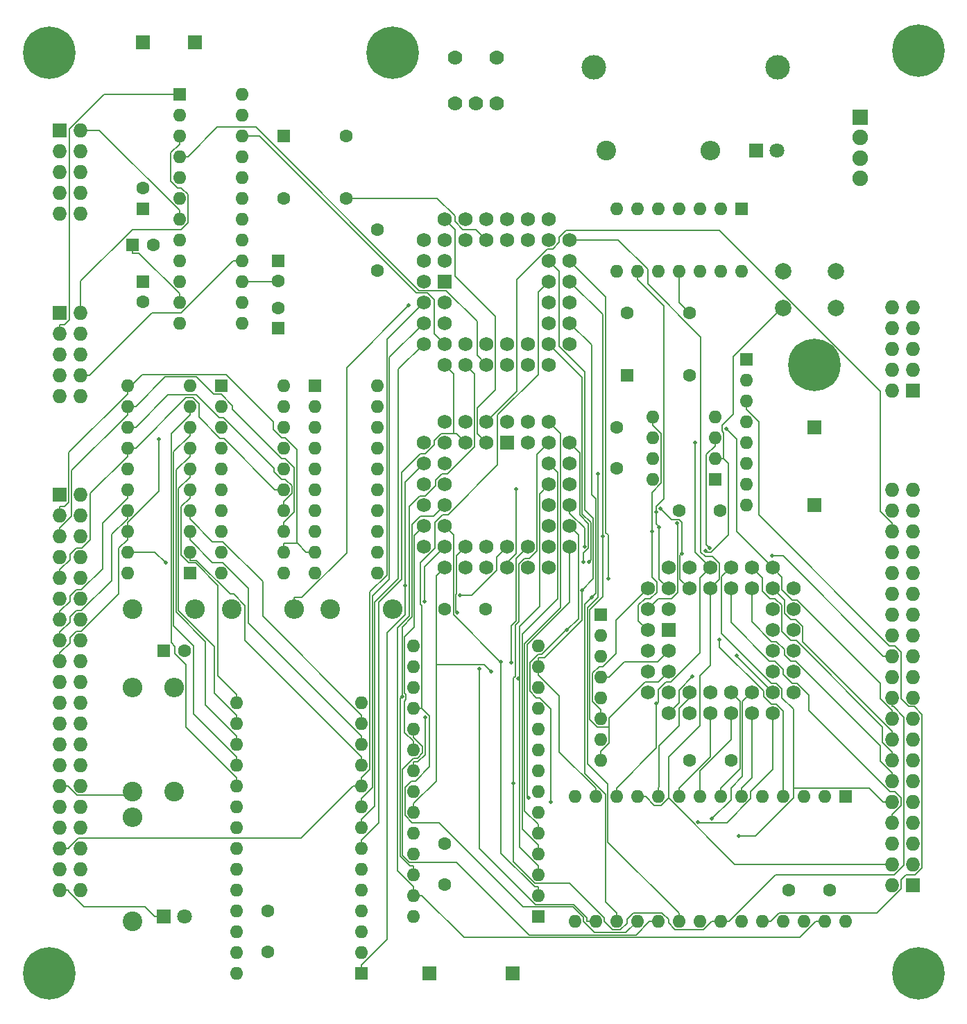
<source format=gbr>
G04 #@! TF.FileFunction,Copper,L1,Top,Mixed*
%FSLAX46Y46*%
G04 Gerber Fmt 4.6, Leading zero omitted, Abs format (unit mm)*
G04 Created by KiCad (PCBNEW 4.0.7-e2-6376~58~ubuntu16.04.1) date Wed Dec 20 13:06:43 2017*
%MOMM*%
%LPD*%
G01*
G04 APERTURE LIST*
%ADD10C,0.100000*%
%ADD11C,1.600000*%
%ADD12R,1.600000X1.600000*%
%ADD13R,1.800000X1.800000*%
%ADD14C,1.800000*%
%ADD15R,1.900000X1.900000*%
%ADD16C,1.900000*%
%ADD17R,1.727200X1.727200*%
%ADD18O,1.727200X1.727200*%
%ADD19C,6.400000*%
%ADD20C,2.400000*%
%ADD21O,2.400000X2.400000*%
%ADD22O,1.600000X1.600000*%
%ADD23C,2.000000*%
%ADD24R,1.750000X1.750000*%
%ADD25C,1.750000*%
%ADD26C,3.000000*%
%ADD27R,1.700000X1.700000*%
%ADD28C,1.778000*%
%ADD29C,0.500000*%
%ADD30C,0.150000*%
G04 APERTURE END LIST*
D10*
D11*
X141605000Y-110490000D03*
X136605000Y-110490000D03*
X85090000Y-128905000D03*
X85090000Y-133905000D03*
X106680000Y-120650000D03*
X106680000Y-125650000D03*
X153670000Y-126365000D03*
X148670000Y-126365000D03*
D12*
X68580000Y-47625000D03*
D11*
X71080000Y-47625000D03*
D12*
X86360000Y-49530000D03*
D11*
X86360000Y-52030000D03*
D12*
X69850000Y-43180000D03*
D11*
X69850000Y-40680000D03*
D12*
X69850000Y-52070000D03*
D11*
X69850000Y-54570000D03*
D12*
X86360000Y-57785000D03*
D11*
X86360000Y-55285000D03*
X98425000Y-45720000D03*
X98425000Y-50720000D03*
X106680000Y-92075000D03*
X111680000Y-92075000D03*
X127635000Y-69850000D03*
X127635000Y-74850000D03*
D13*
X72390000Y-129540000D03*
D14*
X74930000Y-129540000D03*
D15*
X157353000Y-32004000D03*
D16*
X157353000Y-34504000D03*
X157353000Y-37004000D03*
X157353000Y-39504000D03*
D17*
X59690000Y-33655000D03*
D18*
X62230000Y-33655000D03*
X59690000Y-36195000D03*
X62230000Y-36195000D03*
X59690000Y-38735000D03*
X62230000Y-38735000D03*
X59690000Y-41275000D03*
X62230000Y-41275000D03*
X59690000Y-43815000D03*
X62230000Y-43815000D03*
D17*
X59690000Y-55880000D03*
D18*
X62230000Y-55880000D03*
X59690000Y-58420000D03*
X62230000Y-58420000D03*
X59690000Y-60960000D03*
X62230000Y-60960000D03*
X59690000Y-63500000D03*
X62230000Y-63500000D03*
X59690000Y-66040000D03*
X62230000Y-66040000D03*
D17*
X163830000Y-65405000D03*
D18*
X161290000Y-65405000D03*
X163830000Y-62865000D03*
X161290000Y-62865000D03*
X163830000Y-60325000D03*
X161290000Y-60325000D03*
X163830000Y-57785000D03*
X161290000Y-57785000D03*
X163830000Y-55245000D03*
X161290000Y-55245000D03*
D19*
X58420000Y-24130000D03*
X100330000Y-24130000D03*
X164465000Y-23876000D03*
X164465000Y-136525000D03*
X151765000Y-62230000D03*
X58420000Y-136525000D03*
D17*
X59690000Y-78105000D03*
D18*
X62230000Y-78105000D03*
X59690000Y-80645000D03*
X62230000Y-80645000D03*
X59690000Y-83185000D03*
X62230000Y-83185000D03*
X59690000Y-85725000D03*
X62230000Y-85725000D03*
X59690000Y-88265000D03*
X62230000Y-88265000D03*
X59690000Y-90805000D03*
X62230000Y-90805000D03*
X59690000Y-93345000D03*
X62230000Y-93345000D03*
X59690000Y-95885000D03*
X62230000Y-95885000D03*
X59690000Y-98425000D03*
X62230000Y-98425000D03*
X59690000Y-100965000D03*
X62230000Y-100965000D03*
X59690000Y-103505000D03*
X62230000Y-103505000D03*
X59690000Y-106045000D03*
X62230000Y-106045000D03*
X59690000Y-108585000D03*
X62230000Y-108585000D03*
X59690000Y-111125000D03*
X62230000Y-111125000D03*
X59690000Y-113665000D03*
X62230000Y-113665000D03*
X59690000Y-116205000D03*
X62230000Y-116205000D03*
X59690000Y-118745000D03*
X62230000Y-118745000D03*
X59690000Y-121285000D03*
X62230000Y-121285000D03*
X59690000Y-123825000D03*
X62230000Y-123825000D03*
X59690000Y-126365000D03*
X62230000Y-126365000D03*
D20*
X68580000Y-114300000D03*
D21*
X68580000Y-101600000D03*
D20*
X68580000Y-130175000D03*
D21*
X68580000Y-117475000D03*
D20*
X73660000Y-114300000D03*
D21*
X73660000Y-101600000D03*
D12*
X143510000Y-61595000D03*
D22*
X143510000Y-64135000D03*
X143510000Y-66675000D03*
X143510000Y-69215000D03*
X143510000Y-71755000D03*
X143510000Y-74295000D03*
X143510000Y-76835000D03*
X143510000Y-79375000D03*
D12*
X125730000Y-92710000D03*
D22*
X125730000Y-95250000D03*
X125730000Y-97790000D03*
X125730000Y-100330000D03*
X125730000Y-102870000D03*
X125730000Y-105410000D03*
X125730000Y-107950000D03*
X125730000Y-110490000D03*
D23*
X147955000Y-55300000D03*
X147955000Y-50800000D03*
X154455000Y-55300000D03*
X154455000Y-50800000D03*
D24*
X133985000Y-94615000D03*
D25*
X133985000Y-97155000D03*
X133985000Y-99695000D03*
X133985000Y-92075000D03*
X133985000Y-89535000D03*
X133985000Y-86995000D03*
X131445000Y-97155000D03*
X131445000Y-99695000D03*
X131445000Y-102235000D03*
X131445000Y-94615000D03*
X131445000Y-92075000D03*
X131445000Y-89535000D03*
X133985000Y-102235000D03*
X136525000Y-102235000D03*
X139065000Y-102235000D03*
X141605000Y-102235000D03*
X144145000Y-102235000D03*
X133985000Y-104775000D03*
X136525000Y-104775000D03*
X139065000Y-104775000D03*
X141605000Y-104775000D03*
X144145000Y-104775000D03*
X146685000Y-104775000D03*
X146685000Y-102235000D03*
X146685000Y-99695000D03*
X146685000Y-97155000D03*
X146685000Y-94615000D03*
X146685000Y-92075000D03*
X146685000Y-89535000D03*
X149225000Y-102235000D03*
X149225000Y-99695000D03*
X149225000Y-97155000D03*
X149225000Y-94615000D03*
X149225000Y-92075000D03*
X149225000Y-89535000D03*
X144145000Y-89535000D03*
X141605000Y-89535000D03*
X139065000Y-89535000D03*
X136525000Y-89535000D03*
X131445000Y-89535000D03*
X146685000Y-86995000D03*
X144145000Y-86995000D03*
X141605000Y-86995000D03*
X139065000Y-86995000D03*
X136525000Y-86995000D03*
X133985000Y-86995000D03*
D12*
X96520000Y-136525000D03*
D22*
X81280000Y-103505000D03*
X96520000Y-133985000D03*
X81280000Y-106045000D03*
X96520000Y-131445000D03*
X81280000Y-108585000D03*
X96520000Y-128905000D03*
X81280000Y-111125000D03*
X96520000Y-126365000D03*
X81280000Y-113665000D03*
X96520000Y-123825000D03*
X81280000Y-116205000D03*
X96520000Y-121285000D03*
X81280000Y-118745000D03*
X96520000Y-118745000D03*
X81280000Y-121285000D03*
X96520000Y-116205000D03*
X81280000Y-123825000D03*
X96520000Y-113665000D03*
X81280000Y-126365000D03*
X96520000Y-111125000D03*
X81280000Y-128905000D03*
X96520000Y-108585000D03*
X81280000Y-131445000D03*
X96520000Y-106045000D03*
X81280000Y-133985000D03*
X96520000Y-103505000D03*
X81280000Y-136525000D03*
D12*
X118110000Y-129540000D03*
D22*
X102870000Y-96520000D03*
X118110000Y-127000000D03*
X102870000Y-99060000D03*
X118110000Y-124460000D03*
X102870000Y-101600000D03*
X118110000Y-121920000D03*
X102870000Y-104140000D03*
X118110000Y-119380000D03*
X102870000Y-106680000D03*
X118110000Y-116840000D03*
X102870000Y-109220000D03*
X118110000Y-114300000D03*
X102870000Y-111760000D03*
X118110000Y-111760000D03*
X102870000Y-114300000D03*
X118110000Y-109220000D03*
X102870000Y-116840000D03*
X118110000Y-106680000D03*
X102870000Y-119380000D03*
X118110000Y-104140000D03*
X102870000Y-121920000D03*
X118110000Y-101600000D03*
X102870000Y-124460000D03*
X118110000Y-99060000D03*
X102870000Y-127000000D03*
X118110000Y-96520000D03*
X102870000Y-129540000D03*
D12*
X155575000Y-114935000D03*
D22*
X122555000Y-130175000D03*
X153035000Y-114935000D03*
X125095000Y-130175000D03*
X150495000Y-114935000D03*
X127635000Y-130175000D03*
X147955000Y-114935000D03*
X130175000Y-130175000D03*
X145415000Y-114935000D03*
X132715000Y-130175000D03*
X142875000Y-114935000D03*
X135255000Y-130175000D03*
X140335000Y-114935000D03*
X137795000Y-130175000D03*
X137795000Y-114935000D03*
X140335000Y-130175000D03*
X135255000Y-114935000D03*
X142875000Y-130175000D03*
X132715000Y-114935000D03*
X145415000Y-130175000D03*
X130175000Y-114935000D03*
X147955000Y-130175000D03*
X127635000Y-114935000D03*
X150495000Y-130175000D03*
X125095000Y-114935000D03*
X153035000Y-130175000D03*
X122555000Y-114935000D03*
X155575000Y-130175000D03*
D24*
X114300000Y-71755000D03*
D25*
X111760000Y-71755000D03*
X109220000Y-71755000D03*
X116840000Y-71755000D03*
X119380000Y-71755000D03*
X121920000Y-71755000D03*
X111760000Y-69215000D03*
X109220000Y-69215000D03*
X106680000Y-69215000D03*
X114300000Y-69215000D03*
X116840000Y-69215000D03*
X119380000Y-69215000D03*
X106680000Y-71755000D03*
X106680000Y-74295000D03*
X106680000Y-76835000D03*
X106680000Y-79375000D03*
X106680000Y-81915000D03*
X104140000Y-71755000D03*
X104140000Y-74295000D03*
X104140000Y-76835000D03*
X104140000Y-79375000D03*
X104140000Y-81915000D03*
X104140000Y-84455000D03*
X106680000Y-84455000D03*
X109220000Y-84455000D03*
X111760000Y-84455000D03*
X114300000Y-84455000D03*
X116840000Y-84455000D03*
X119380000Y-84455000D03*
X106680000Y-86995000D03*
X109220000Y-86995000D03*
X111760000Y-86995000D03*
X114300000Y-86995000D03*
X116840000Y-86995000D03*
X119380000Y-86995000D03*
X119380000Y-81915000D03*
X119380000Y-79375000D03*
X119380000Y-76835000D03*
X119380000Y-74295000D03*
X119380000Y-69215000D03*
X121920000Y-84455000D03*
X121920000Y-81915000D03*
X121920000Y-79375000D03*
X121920000Y-76835000D03*
X121920000Y-74295000D03*
X121920000Y-71755000D03*
D12*
X142875000Y-43180000D03*
D22*
X127635000Y-50800000D03*
X140335000Y-43180000D03*
X130175000Y-50800000D03*
X137795000Y-43180000D03*
X132715000Y-50800000D03*
X135255000Y-43180000D03*
X135255000Y-50800000D03*
X132715000Y-43180000D03*
X137795000Y-50800000D03*
X130175000Y-43180000D03*
X140335000Y-50800000D03*
X127635000Y-43180000D03*
X142875000Y-50800000D03*
D12*
X79375000Y-64770000D03*
D22*
X86995000Y-87630000D03*
X79375000Y-67310000D03*
X86995000Y-85090000D03*
X79375000Y-69850000D03*
X86995000Y-82550000D03*
X79375000Y-72390000D03*
X86995000Y-80010000D03*
X79375000Y-74930000D03*
X86995000Y-77470000D03*
X79375000Y-77470000D03*
X86995000Y-74930000D03*
X79375000Y-80010000D03*
X86995000Y-72390000D03*
X79375000Y-82550000D03*
X86995000Y-69850000D03*
X79375000Y-85090000D03*
X86995000Y-67310000D03*
X79375000Y-87630000D03*
X86995000Y-64770000D03*
D12*
X90805000Y-64770000D03*
D22*
X98425000Y-87630000D03*
X90805000Y-67310000D03*
X98425000Y-85090000D03*
X90805000Y-69850000D03*
X98425000Y-82550000D03*
X90805000Y-72390000D03*
X98425000Y-80010000D03*
X90805000Y-74930000D03*
X98425000Y-77470000D03*
X90805000Y-77470000D03*
X98425000Y-74930000D03*
X90805000Y-80010000D03*
X98425000Y-72390000D03*
X90805000Y-82550000D03*
X98425000Y-69850000D03*
X90805000Y-85090000D03*
X98425000Y-67310000D03*
X90805000Y-87630000D03*
X98425000Y-64770000D03*
D12*
X75565000Y-87630000D03*
D22*
X67945000Y-64770000D03*
X75565000Y-85090000D03*
X67945000Y-67310000D03*
X75565000Y-82550000D03*
X67945000Y-69850000D03*
X75565000Y-80010000D03*
X67945000Y-72390000D03*
X75565000Y-77470000D03*
X67945000Y-74930000D03*
X75565000Y-74930000D03*
X67945000Y-77470000D03*
X75565000Y-72390000D03*
X67945000Y-80010000D03*
X75565000Y-69850000D03*
X67945000Y-82550000D03*
X75565000Y-67310000D03*
X67945000Y-85090000D03*
X75565000Y-64770000D03*
X67945000Y-87630000D03*
D12*
X74295000Y-29210000D03*
D22*
X81915000Y-57150000D03*
X74295000Y-31750000D03*
X81915000Y-54610000D03*
X74295000Y-34290000D03*
X81915000Y-52070000D03*
X74295000Y-36830000D03*
X81915000Y-49530000D03*
X74295000Y-39370000D03*
X81915000Y-46990000D03*
X74295000Y-41910000D03*
X81915000Y-44450000D03*
X74295000Y-44450000D03*
X81915000Y-41910000D03*
X74295000Y-46990000D03*
X81915000Y-39370000D03*
X74295000Y-49530000D03*
X81915000Y-36830000D03*
X74295000Y-52070000D03*
X81915000Y-34290000D03*
X74295000Y-54610000D03*
X81915000Y-31750000D03*
X74295000Y-57150000D03*
X81915000Y-29210000D03*
D24*
X106680000Y-52070000D03*
D25*
X106680000Y-54610000D03*
X106680000Y-57150000D03*
X106680000Y-49530000D03*
X106680000Y-46990000D03*
X106680000Y-44450000D03*
X104140000Y-54610000D03*
X104140000Y-57150000D03*
X104140000Y-59690000D03*
X104140000Y-52070000D03*
X104140000Y-49530000D03*
X104140000Y-46990000D03*
X106680000Y-59690000D03*
X109220000Y-59690000D03*
X111760000Y-59690000D03*
X114300000Y-59690000D03*
X116840000Y-59690000D03*
X106680000Y-62230000D03*
X109220000Y-62230000D03*
X111760000Y-62230000D03*
X114300000Y-62230000D03*
X116840000Y-62230000D03*
X119380000Y-62230000D03*
X119380000Y-59690000D03*
X119380000Y-57150000D03*
X119380000Y-54610000D03*
X119380000Y-52070000D03*
X119380000Y-49530000D03*
X119380000Y-46990000D03*
X121920000Y-59690000D03*
X121920000Y-57150000D03*
X121920000Y-54610000D03*
X121920000Y-52070000D03*
X121920000Y-49530000D03*
X121920000Y-46990000D03*
X116840000Y-46990000D03*
X114300000Y-46990000D03*
X111760000Y-46990000D03*
X109220000Y-46990000D03*
X104140000Y-46990000D03*
X119380000Y-44450000D03*
X116840000Y-44450000D03*
X114300000Y-44450000D03*
X111760000Y-44450000D03*
X109220000Y-44450000D03*
X106680000Y-44450000D03*
D12*
X128905000Y-63500000D03*
D11*
X128905000Y-55880000D03*
X136525000Y-55880000D03*
X136525000Y-63500000D03*
D12*
X86995000Y-34290000D03*
D11*
X94615000Y-34290000D03*
X94615000Y-41910000D03*
X86995000Y-41910000D03*
D13*
X144653000Y-36068000D03*
D14*
X147193000Y-36068000D03*
D26*
X124841000Y-25908000D03*
X147341000Y-25908000D03*
D27*
X114935000Y-136525000D03*
X104775000Y-136525000D03*
X151765000Y-79375000D03*
X151765000Y-69850000D03*
X76200000Y-22860000D03*
D20*
X126365000Y-36068000D03*
D21*
X139065000Y-36068000D03*
D27*
X69850000Y-22860000D03*
D28*
X113030000Y-24765000D03*
X107950000Y-24765000D03*
X113030000Y-30353000D03*
X110490000Y-30353000D03*
X107950000Y-30353000D03*
D12*
X72390000Y-97155000D03*
D11*
X74890000Y-97155000D03*
X135255000Y-80010000D03*
X140255000Y-80010000D03*
D17*
X163830000Y-125730000D03*
D18*
X161290000Y-125730000D03*
X163830000Y-123190000D03*
X161290000Y-123190000D03*
X163830000Y-120650000D03*
X161290000Y-120650000D03*
X163830000Y-118110000D03*
X161290000Y-118110000D03*
X163830000Y-115570000D03*
X161290000Y-115570000D03*
X163830000Y-113030000D03*
X161290000Y-113030000D03*
X163830000Y-110490000D03*
X161290000Y-110490000D03*
X163830000Y-107950000D03*
X161290000Y-107950000D03*
X163830000Y-105410000D03*
X161290000Y-105410000D03*
X163830000Y-102870000D03*
X161290000Y-102870000D03*
X163830000Y-100330000D03*
X161290000Y-100330000D03*
X163830000Y-97790000D03*
X161290000Y-97790000D03*
X163830000Y-95250000D03*
X161290000Y-95250000D03*
X163830000Y-92710000D03*
X161290000Y-92710000D03*
X163830000Y-90170000D03*
X161290000Y-90170000D03*
X163830000Y-87630000D03*
X161290000Y-87630000D03*
X163830000Y-85090000D03*
X161290000Y-85090000D03*
X163830000Y-82550000D03*
X161290000Y-82550000D03*
X163830000Y-80010000D03*
X161290000Y-80010000D03*
X163830000Y-77470000D03*
X161290000Y-77470000D03*
D20*
X92710000Y-92075000D03*
D21*
X100330000Y-92075000D03*
D20*
X68580000Y-92075000D03*
D21*
X76200000Y-92075000D03*
D20*
X80645000Y-92075000D03*
D21*
X88265000Y-92075000D03*
D12*
X139700000Y-76200000D03*
D22*
X132080000Y-68580000D03*
X139700000Y-73660000D03*
X132080000Y-71120000D03*
X139700000Y-71120000D03*
X132080000Y-73660000D03*
X139700000Y-68580000D03*
X132080000Y-76200000D03*
D29*
X125971300Y-83190600D03*
X131959400Y-82622400D03*
X140195500Y-95778700D03*
X71830500Y-71329300D03*
X135080200Y-81608600D03*
X136888600Y-100312100D03*
X139290600Y-117659100D03*
X137594100Y-118075900D03*
X119662900Y-115572400D03*
X121623000Y-94585300D03*
X142320100Y-97769500D03*
X114806700Y-98571000D03*
X104304300Y-105243300D03*
X113542800Y-98471800D03*
X101870900Y-89165000D03*
X141025700Y-70028600D03*
X115682100Y-100547200D03*
X116956300Y-115117700D03*
X112323400Y-99699200D03*
X101497000Y-102708500D03*
X123743000Y-84447000D03*
X126621700Y-88365400D03*
X110928300Y-99373100D03*
X123461000Y-89743500D03*
X133012600Y-79815100D03*
X135641700Y-85262100D03*
X146604600Y-85567500D03*
X124595000Y-90649700D03*
X142595600Y-119736100D03*
X124294700Y-86271600D03*
X132538800Y-103576200D03*
X137237600Y-71792300D03*
X108241500Y-92504000D03*
X125370700Y-75600600D03*
X102291100Y-55004200D03*
X108526500Y-90404300D03*
X123628200Y-86276300D03*
X104209400Y-91154700D03*
X132874600Y-82069000D03*
X132489800Y-80248200D03*
X115065100Y-113303200D03*
X72650900Y-86415800D03*
X115407500Y-77454500D03*
X138531400Y-84995300D03*
X139059200Y-84595800D03*
D30*
X69360600Y-48650300D02*
X68580000Y-48650300D01*
X74295000Y-53584700D02*
X69360600Y-48650300D01*
X74295000Y-54610000D02*
X74295000Y-53584700D01*
X68580000Y-47625000D02*
X68580000Y-48650300D01*
X86320000Y-52070000D02*
X86360000Y-52030000D01*
X81915000Y-52070000D02*
X86320000Y-52070000D01*
X125730000Y-110490000D02*
X125730000Y-109464700D01*
X125971300Y-56121300D02*
X125971300Y-83190600D01*
X121920000Y-52070000D02*
X125971300Y-56121300D01*
X125335100Y-106465200D02*
X126755300Y-106465200D01*
X124404300Y-105534400D02*
X125335100Y-106465200D01*
X124404300Y-92117100D02*
X124404300Y-105534400D01*
X125971300Y-90550100D02*
X124404300Y-92117100D01*
X125971300Y-83190600D02*
X125971300Y-90550100D01*
X126755300Y-108439400D02*
X126755300Y-106465200D01*
X125730000Y-109464700D02*
X126755300Y-108439400D01*
X132715000Y-100965000D02*
X133985000Y-99695000D01*
X131140600Y-100965000D02*
X132715000Y-100965000D01*
X126755300Y-105350300D02*
X131140600Y-100965000D01*
X126755300Y-106465200D02*
X126755300Y-105350300D01*
X70139400Y-128414700D02*
X71264700Y-129540000D01*
X62692400Y-128414700D02*
X70139400Y-128414700D01*
X60778900Y-126501200D02*
X62692400Y-128414700D01*
X60778900Y-126365000D02*
X60778900Y-126501200D01*
X59690000Y-126365000D02*
X60778900Y-126365000D01*
X72390000Y-129540000D02*
X71264700Y-129540000D01*
X64525300Y-33655000D02*
X62230000Y-33655000D01*
X74295000Y-43424700D02*
X64525300Y-33655000D01*
X74295000Y-44450000D02*
X74295000Y-43424700D01*
X62230000Y-52052500D02*
X62230000Y-55880000D01*
X68562500Y-45720000D02*
X62230000Y-52052500D01*
X74485600Y-45720000D02*
X68562500Y-45720000D01*
X75333300Y-44872300D02*
X74485600Y-45720000D01*
X75333300Y-41438500D02*
X75333300Y-44872300D01*
X74534800Y-40640000D02*
X75333300Y-41438500D01*
X74063400Y-40640000D02*
X74534800Y-40640000D01*
X73254700Y-39831300D02*
X74063400Y-40640000D01*
X73254700Y-36355600D02*
X73254700Y-39831300D01*
X74295000Y-35315300D02*
X73254700Y-36355600D01*
X74295000Y-34290000D02*
X74295000Y-35315300D01*
X60300600Y-57331100D02*
X59690000Y-57331100D01*
X60853700Y-56778000D02*
X60300600Y-57331100D01*
X60853700Y-33487700D02*
X60853700Y-56778000D01*
X65131400Y-29210000D02*
X60853700Y-33487700D01*
X74295000Y-29210000D02*
X65131400Y-29210000D01*
X59690000Y-58420000D02*
X59690000Y-57331100D01*
X70938900Y-55880000D02*
X63318900Y-63500000D01*
X74539700Y-55880000D02*
X70938900Y-55880000D01*
X80889700Y-49530000D02*
X74539700Y-55880000D01*
X81915000Y-49530000D02*
X80889700Y-49530000D01*
X62230000Y-63500000D02*
X63318900Y-63500000D01*
X132080000Y-68580000D02*
X132080000Y-69605300D01*
X140195500Y-96703600D02*
X140195500Y-95778700D01*
X145584700Y-102092800D02*
X140195500Y-96703600D01*
X145584700Y-102710700D02*
X145584700Y-102092800D01*
X146528400Y-103654400D02*
X145584700Y-102710700D01*
X147129100Y-103654400D02*
X146528400Y-103654400D01*
X147955000Y-104480300D02*
X147129100Y-103654400D01*
X147955000Y-114935000D02*
X147955000Y-104480300D01*
X131959400Y-88149200D02*
X131959400Y-82622400D01*
X132576400Y-88766200D02*
X131959400Y-88149200D01*
X132576400Y-90003400D02*
X132576400Y-88766200D01*
X131774800Y-90805000D02*
X132576400Y-90003400D01*
X131121200Y-90805000D02*
X131774800Y-90805000D01*
X130336600Y-91589600D02*
X131121200Y-90805000D01*
X130336600Y-93506600D02*
X130336600Y-91589600D01*
X131445000Y-94615000D02*
X130336600Y-93506600D01*
X131959400Y-77824200D02*
X131959400Y-82622400D01*
X133124800Y-76658800D02*
X131959400Y-77824200D01*
X133124800Y-70650100D02*
X133124800Y-76658800D01*
X132080000Y-69605300D02*
X133124800Y-70650100D01*
X86995000Y-85090000D02*
X86995000Y-84064700D01*
X90805000Y-85090000D02*
X89779700Y-85090000D01*
X60300600Y-79556100D02*
X59690000Y-79556100D01*
X60787500Y-79069200D02*
X60300600Y-79556100D01*
X60787500Y-72952800D02*
X60787500Y-79069200D01*
X67945000Y-65795300D02*
X60787500Y-72952800D01*
X59690000Y-80645000D02*
X59690000Y-79556100D01*
X67945000Y-64770000D02*
X67945000Y-65238100D01*
X67945000Y-65238100D02*
X67945000Y-65795300D01*
X88658600Y-72556200D02*
X88658600Y-84064700D01*
X87222400Y-71120000D02*
X88658600Y-72556200D01*
X86743400Y-71120000D02*
X87222400Y-71120000D01*
X85793900Y-70170500D02*
X86743400Y-71120000D01*
X85793900Y-69205300D02*
X85793900Y-70170500D01*
X80021100Y-63432500D02*
X85793900Y-69205300D01*
X69750600Y-63432500D02*
X80021100Y-63432500D01*
X67945000Y-65238100D02*
X69750600Y-63432500D01*
X86995000Y-84064700D02*
X88658600Y-84064700D01*
X88754400Y-84064700D02*
X89779700Y-85090000D01*
X88658600Y-84064700D02*
X88754400Y-84064700D01*
X59802800Y-82096100D02*
X59690000Y-82096100D01*
X61141000Y-80757900D02*
X59802800Y-82096100D01*
X61141000Y-75139300D02*
X61141000Y-80757900D01*
X67945000Y-68335300D02*
X61141000Y-75139300D01*
X67945000Y-67310000D02*
X67945000Y-68335300D01*
X59690000Y-83185000D02*
X59690000Y-82096100D01*
X72547400Y-63732900D02*
X68970300Y-67310000D01*
X76391500Y-63732900D02*
X72547400Y-63732900D01*
X78497800Y-65839200D02*
X76391500Y-63732900D01*
X79378500Y-65839200D02*
X78497800Y-65839200D01*
X80812200Y-67272900D02*
X79378500Y-65839200D01*
X80812200Y-67722200D02*
X80812200Y-67272900D01*
X86782400Y-73692400D02*
X80812200Y-67722200D01*
X87207400Y-73692400D02*
X86782400Y-73692400D01*
X88343500Y-74828500D02*
X87207400Y-73692400D01*
X88343500Y-80176200D02*
X88343500Y-74828500D01*
X86995000Y-81524700D02*
X88343500Y-80176200D01*
X86995000Y-82550000D02*
X86995000Y-81524700D01*
X67945000Y-67310000D02*
X68970300Y-67310000D01*
X88030600Y-77949100D02*
X86995000Y-78984700D01*
X88030600Y-76993800D02*
X88030600Y-77949100D01*
X87236800Y-76200000D02*
X88030600Y-76993800D01*
X86766500Y-76200000D02*
X87236800Y-76200000D01*
X85849500Y-75283000D02*
X86766500Y-76200000D01*
X85849500Y-74863400D02*
X85849500Y-75283000D01*
X79709500Y-68723400D02*
X85849500Y-74863400D01*
X79172200Y-68723400D02*
X79709500Y-68723400D01*
X76355600Y-65906800D02*
X79172200Y-68723400D01*
X72913500Y-65906800D02*
X76355600Y-65906800D01*
X68970300Y-69850000D02*
X72913500Y-65906800D01*
X67945000Y-69850000D02*
X68970300Y-69850000D01*
X86995000Y-80010000D02*
X86995000Y-78984700D01*
X59802800Y-87176100D02*
X59690000Y-87176100D01*
X60960000Y-86018900D02*
X59802800Y-87176100D01*
X60960000Y-85420600D02*
X60960000Y-86018900D01*
X61744600Y-84636000D02*
X60960000Y-85420600D01*
X62385100Y-84636000D02*
X61744600Y-84636000D01*
X63389100Y-83632000D02*
X62385100Y-84636000D01*
X63389100Y-77971200D02*
X63389100Y-83632000D01*
X67945000Y-73415300D02*
X63389100Y-77971200D01*
X67945000Y-72390000D02*
X67945000Y-73415300D01*
X59690000Y-88265000D02*
X59690000Y-87176100D01*
X75119100Y-66241200D02*
X68970300Y-72390000D01*
X75955500Y-66241200D02*
X75119100Y-66241200D01*
X76684900Y-66970600D02*
X75955500Y-66241200D01*
X76684900Y-68635400D02*
X76684900Y-66970600D01*
X79275800Y-71226300D02*
X76684900Y-68635400D01*
X79726000Y-71226300D02*
X79275800Y-71226300D01*
X85969700Y-77470000D02*
X79726000Y-71226300D01*
X86995000Y-77470000D02*
X85969700Y-77470000D01*
X67945000Y-72390000D02*
X68970300Y-72390000D01*
X67945000Y-77470000D02*
X67945000Y-78495300D01*
X59690000Y-93345000D02*
X59690000Y-92256100D01*
X64909900Y-81530400D02*
X67945000Y-78495300D01*
X64909900Y-87134900D02*
X64909900Y-81530400D01*
X62328800Y-89716000D02*
X64909900Y-87134900D01*
X61729900Y-89716000D02*
X62328800Y-89716000D01*
X60960000Y-90485900D02*
X61729900Y-89716000D01*
X60960000Y-91098900D02*
X60960000Y-90485900D01*
X59802800Y-92256100D02*
X60960000Y-91098900D01*
X59690000Y-92256100D02*
X59802800Y-92256100D01*
X59802800Y-94796100D02*
X59690000Y-94796100D01*
X60960000Y-93638900D02*
X59802800Y-94796100D01*
X60960000Y-93026000D02*
X60960000Y-93638900D01*
X61730000Y-92256000D02*
X60960000Y-93026000D01*
X62329000Y-92256000D02*
X61730000Y-92256000D01*
X66021100Y-88563900D02*
X62329000Y-92256000D01*
X66021100Y-82959200D02*
X66021100Y-88563900D01*
X67945000Y-81035300D02*
X66021100Y-82959200D01*
X67945000Y-80010000D02*
X67945000Y-81035300D01*
X59690000Y-95885000D02*
X59690000Y-94796100D01*
X71830500Y-77639200D02*
X71830500Y-71329300D01*
X67945000Y-81524700D02*
X71830500Y-77639200D01*
X67945000Y-82037300D02*
X67945000Y-81524700D01*
X67945000Y-82037300D02*
X67945000Y-82550000D01*
X59802800Y-97336100D02*
X59690000Y-97336100D01*
X60960000Y-96178900D02*
X59802800Y-97336100D01*
X60960000Y-95562200D02*
X60960000Y-96178900D01*
X61726200Y-94796000D02*
X60960000Y-95562200D01*
X62322300Y-94796000D02*
X61726200Y-94796000D01*
X66919700Y-90198600D02*
X62322300Y-94796000D01*
X66919700Y-84600600D02*
X66919700Y-90198600D01*
X67945000Y-83575300D02*
X66919700Y-84600600D01*
X67945000Y-82550000D02*
X67945000Y-83575300D01*
X59690000Y-98425000D02*
X59690000Y-97336100D01*
X60778900Y-113777800D02*
X60778900Y-113665000D01*
X61777300Y-114776200D02*
X60778900Y-113777800D01*
X68103800Y-114776200D02*
X61777300Y-114776200D01*
X68580000Y-114300000D02*
X68103800Y-114776200D01*
X59690000Y-113665000D02*
X60778900Y-113665000D01*
X135255000Y-114935000D02*
X135255000Y-113909700D01*
X96520000Y-116205000D02*
X96520000Y-115179700D01*
X139065000Y-110099700D02*
X135255000Y-113909700D01*
X139065000Y-104775000D02*
X139065000Y-110099700D01*
X97845700Y-113854000D02*
X96520000Y-115179700D01*
X97845700Y-90493200D02*
X97845700Y-113854000D01*
X99913400Y-88425500D02*
X97845700Y-90493200D01*
X99913400Y-61376600D02*
X99913400Y-88425500D01*
X104140000Y-57150000D02*
X99913400Y-61376600D01*
X60778900Y-121172200D02*
X60778900Y-121285000D01*
X61936100Y-120015000D02*
X60778900Y-121172200D01*
X89144700Y-120015000D02*
X61936100Y-120015000D01*
X95494700Y-113665000D02*
X89144700Y-120015000D01*
X96520000Y-113665000D02*
X95494700Y-113665000D01*
X59690000Y-121285000D02*
X60778900Y-121285000D01*
X96520000Y-113665000D02*
X96520000Y-112639700D01*
X99613000Y-59137000D02*
X104140000Y-54610000D01*
X99613000Y-87892200D02*
X99613000Y-59137000D01*
X97545300Y-89959900D02*
X99613000Y-87892200D01*
X97545300Y-111614400D02*
X97545300Y-89959900D01*
X96520000Y-112639700D02*
X97545300Y-111614400D01*
X136525000Y-102885700D02*
X136525000Y-102235000D01*
X135255000Y-104155700D02*
X136525000Y-102885700D01*
X135255000Y-106313000D02*
X135255000Y-104155700D01*
X132839200Y-108728800D02*
X135255000Y-106313000D01*
X132839200Y-113785500D02*
X132839200Y-108728800D01*
X132715000Y-113909700D02*
X132839200Y-113785500D01*
X132715000Y-114935000D02*
X132715000Y-113909700D01*
X137795000Y-114935000D02*
X137795000Y-113909700D01*
X141605000Y-108025100D02*
X141605000Y-104775000D01*
X137795000Y-111835100D02*
X141605000Y-108025100D01*
X137795000Y-113909700D02*
X137795000Y-111835100D01*
X101034800Y-62795200D02*
X104140000Y-59690000D01*
X101034800Y-88354500D02*
X101034800Y-62795200D01*
X98146100Y-91243200D02*
X101034800Y-88354500D01*
X98146100Y-116093600D02*
X98146100Y-91243200D01*
X96520000Y-117719700D02*
X98146100Y-116093600D01*
X96520000Y-118745000D02*
X96520000Y-117719700D01*
X135085400Y-81613800D02*
X135080200Y-81608600D01*
X135085400Y-90064300D02*
X135085400Y-81613800D01*
X134344700Y-90805000D02*
X135085400Y-90064300D01*
X132715000Y-90805000D02*
X134344700Y-90805000D01*
X131445000Y-92075000D02*
X132715000Y-90805000D01*
X145024600Y-69214900D02*
X143510000Y-67700300D01*
X145024600Y-80559900D02*
X145024600Y-69214900D01*
X160984700Y-96520000D02*
X145024600Y-80559900D01*
X161594400Y-96520000D02*
X160984700Y-96520000D01*
X162379000Y-97304600D02*
X161594400Y-96520000D01*
X162379000Y-102990900D02*
X162379000Y-97304600D01*
X163347100Y-103959000D02*
X162379000Y-102990900D01*
X163959500Y-103959000D02*
X163347100Y-103959000D01*
X164934900Y-104934400D02*
X163959500Y-103959000D01*
X164934900Y-123651100D02*
X164934900Y-104934400D01*
X164068500Y-124517500D02*
X164934900Y-123651100D01*
X162974800Y-124517500D02*
X164068500Y-124517500D01*
X162379000Y-125113300D02*
X162974800Y-124517500D01*
X162379000Y-126187500D02*
X162379000Y-125113300D01*
X159416800Y-129149700D02*
X162379000Y-126187500D01*
X147465600Y-129149700D02*
X159416800Y-129149700D01*
X146440300Y-130175000D02*
X147465600Y-129149700D01*
X145415000Y-130175000D02*
X146440300Y-130175000D01*
X143510000Y-66675000D02*
X143510000Y-67700300D01*
X128581700Y-98503600D02*
X126755300Y-100330000D01*
X132636400Y-98503600D02*
X128581700Y-98503600D01*
X133985000Y-97155000D02*
X132636400Y-98503600D01*
X125730000Y-100330000D02*
X126755300Y-100330000D01*
X124704700Y-103359400D02*
X125730000Y-104384700D01*
X124704700Y-99902500D02*
X124704700Y-103359400D01*
X125547200Y-99060000D02*
X124704700Y-99902500D01*
X125962500Y-99060000D02*
X125547200Y-99060000D01*
X127562300Y-97460200D02*
X125962500Y-99060000D01*
X127562300Y-93417700D02*
X127562300Y-97460200D01*
X131445000Y-89535000D02*
X127562300Y-93417700D01*
X125730000Y-105410000D02*
X125730000Y-104384700D01*
X135255100Y-101945600D02*
X136888600Y-100312100D01*
X135255100Y-103504900D02*
X135255100Y-101945600D01*
X133985000Y-104775000D02*
X135255100Y-103504900D01*
X143016600Y-103363400D02*
X144145000Y-102235000D01*
X143016600Y-112498000D02*
X143016600Y-103363400D01*
X141605000Y-113909600D02*
X143016600Y-112498000D01*
X141605000Y-115344700D02*
X141605000Y-113909600D01*
X139290600Y-117659100D02*
X141605000Y-115344700D01*
X120819600Y-70654600D02*
X119380000Y-69215000D01*
X120819600Y-91935500D02*
X120819600Y-70654600D01*
X116457900Y-96297200D02*
X120819600Y-91935500D01*
X116457900Y-116702600D02*
X116457900Y-96297200D01*
X118110000Y-118354700D02*
X116457900Y-116702600D01*
X118110000Y-119380000D02*
X118110000Y-118354700D01*
X142875000Y-114935000D02*
X142875000Y-113909700D01*
X144145000Y-112639700D02*
X142875000Y-113909700D01*
X144145000Y-104775000D02*
X144145000Y-112639700D01*
X146685000Y-111670000D02*
X146685000Y-104775000D01*
X144038700Y-114316300D02*
X146685000Y-111670000D01*
X144038700Y-115221500D02*
X144038700Y-114316300D01*
X141110300Y-118149900D02*
X144038700Y-115221500D01*
X137668100Y-118149900D02*
X141110300Y-118149900D01*
X137594100Y-118075900D02*
X137668100Y-118149900D01*
X118110000Y-121920000D02*
X118110000Y-120894700D01*
X116157500Y-118942200D02*
X118110000Y-120894700D01*
X116157500Y-95154700D02*
X116157500Y-118942200D01*
X120482800Y-90829400D02*
X116157500Y-95154700D01*
X120482800Y-75397800D02*
X120482800Y-90829400D01*
X119380000Y-74295000D02*
X120482800Y-75397800D01*
X142320100Y-97870100D02*
X146685000Y-102235000D01*
X142320100Y-97769500D02*
X142320100Y-97870100D01*
X123020400Y-83015400D02*
X121920000Y-81915000D01*
X123020400Y-89511900D02*
X123020400Y-83015400D01*
X122985700Y-89546600D02*
X123020400Y-89511900D01*
X122985700Y-93222600D02*
X122985700Y-89546600D01*
X121623000Y-94585300D02*
X122985700Y-93222600D01*
X121494600Y-94585300D02*
X121623000Y-94585300D01*
X121494600Y-94585400D02*
X121494600Y-94585300D01*
X118534700Y-97545300D02*
X121494600Y-94585400D01*
X118109200Y-97545300D02*
X118534700Y-97545300D01*
X117084000Y-98570500D02*
X118109200Y-97545300D01*
X117084000Y-102067700D02*
X117084000Y-98570500D01*
X117886300Y-102870000D02*
X117084000Y-102067700D01*
X118297100Y-102870000D02*
X117886300Y-102870000D01*
X119662900Y-104235800D02*
X118297100Y-102870000D01*
X119662900Y-115572400D02*
X119662900Y-104235800D01*
X114806700Y-94125100D02*
X114806700Y-98571000D01*
X115439400Y-93492400D02*
X114806700Y-94125100D01*
X115439400Y-85855600D02*
X115439400Y-93492400D01*
X116840000Y-84455000D02*
X115439400Y-85855600D01*
X104304300Y-109813000D02*
X104304300Y-105243300D01*
X103382600Y-110734700D02*
X104304300Y-109813000D01*
X102870000Y-110734700D02*
X103382600Y-110734700D01*
X102870000Y-111760000D02*
X102870000Y-110734700D01*
X118110000Y-127000000D02*
X118110000Y-125974700D01*
X113542800Y-121869300D02*
X113542800Y-98471800D01*
X117648200Y-125974700D02*
X113542800Y-121869300D01*
X118110000Y-125974700D02*
X117648200Y-125974700D01*
X113471100Y-98471800D02*
X113542800Y-98471800D01*
X107748000Y-92748700D02*
X113471100Y-98471800D01*
X107748000Y-90085800D02*
X107748000Y-92748700D01*
X107780400Y-90053400D02*
X107748000Y-90085800D01*
X107780400Y-83015400D02*
X107780400Y-90053400D01*
X106680000Y-81915000D02*
X107780400Y-83015400D01*
X96520000Y-136525000D02*
X96520000Y-135499700D01*
X101870900Y-76564100D02*
X101870900Y-89165000D01*
X104140000Y-74295000D02*
X101870900Y-76564100D01*
X99669500Y-132350200D02*
X96520000Y-135499700D01*
X99669500Y-94963400D02*
X99669500Y-132350200D01*
X101870900Y-92762000D02*
X99669500Y-94963400D01*
X101870900Y-89165000D02*
X101870900Y-92762000D01*
X161290000Y-105410000D02*
X161290000Y-104321100D01*
X102870000Y-106680000D02*
X102870000Y-107705300D01*
X132715000Y-130175000D02*
X131689700Y-130175000D01*
X142290600Y-82600600D02*
X146685000Y-86995000D01*
X142290600Y-71293500D02*
X142290600Y-82600600D01*
X141025700Y-70028600D02*
X142290600Y-71293500D01*
X161177200Y-104321100D02*
X161290000Y-104321100D01*
X159839000Y-102982900D02*
X161177200Y-104321100D01*
X159839000Y-101123100D02*
X159839000Y-102982900D01*
X149675000Y-90959100D02*
X159839000Y-101123100D01*
X149073300Y-90959100D02*
X149675000Y-90959100D01*
X147848700Y-89734500D02*
X149073300Y-90959100D01*
X147848700Y-88158700D02*
X147848700Y-89734500D01*
X146685000Y-86995000D02*
X147848700Y-88158700D01*
X130023300Y-131841400D02*
X131689700Y-130175000D01*
X117016100Y-131841400D02*
X130023300Y-131841400D01*
X108120100Y-122945400D02*
X117016100Y-131841400D01*
X102380700Y-122945400D02*
X108120100Y-122945400D01*
X101524000Y-122088700D02*
X102380700Y-122945400D01*
X101524000Y-111620100D02*
X101524000Y-122088700D01*
X102898700Y-110245400D02*
X101524000Y-111620100D01*
X103359300Y-110245400D02*
X102898700Y-110245400D01*
X103971300Y-109633400D02*
X103359300Y-110245400D01*
X103971300Y-108806600D02*
X103971300Y-109633400D01*
X102870000Y-107705300D02*
X103971300Y-108806600D01*
X75085400Y-106445100D02*
X81280000Y-112639700D01*
X75085400Y-98823000D02*
X75085400Y-106445100D01*
X73763100Y-97500700D02*
X75085400Y-98823000D01*
X73763100Y-96606300D02*
X73763100Y-97500700D01*
X73286400Y-96129600D02*
X73763100Y-96606300D01*
X73286400Y-70613900D02*
X73286400Y-96129600D01*
X75565000Y-68335300D02*
X73286400Y-70613900D01*
X75565000Y-67310000D02*
X75565000Y-68335300D01*
X81280000Y-113665000D02*
X81280000Y-112639700D01*
X118110000Y-124460000D02*
X118110000Y-123434700D01*
X115827800Y-100547200D02*
X115682100Y-100547200D01*
X115827800Y-121152500D02*
X115827800Y-100547200D01*
X118110000Y-123434700D02*
X115827800Y-121152500D01*
X118240800Y-77974200D02*
X119380000Y-76835000D01*
X118240800Y-91752900D02*
X118240800Y-77974200D01*
X115827800Y-94165900D02*
X118240800Y-91752900D01*
X115827800Y-100547200D02*
X115827800Y-94165900D01*
X121920000Y-91260000D02*
X121920000Y-84455000D01*
X116774600Y-96405400D02*
X121920000Y-91260000D01*
X116774600Y-114936000D02*
X116774600Y-96405400D01*
X116956300Y-115117700D02*
X116774600Y-114936000D01*
X102870000Y-116840000D02*
X102870000Y-115814700D01*
X105651300Y-88023700D02*
X106680000Y-86995000D01*
X105651300Y-98877300D02*
X105651300Y-88023700D01*
X105651300Y-113033400D02*
X105651300Y-98877300D01*
X102870000Y-115814700D02*
X105651300Y-113033400D01*
X111501500Y-98877300D02*
X112323400Y-99699200D01*
X105651300Y-98877300D02*
X111501500Y-98877300D01*
X102870000Y-124460000D02*
X102870000Y-123434700D01*
X102445200Y-123434700D02*
X102870000Y-123434700D01*
X101223700Y-122213200D02*
X102445200Y-123434700D01*
X101223700Y-102981800D02*
X101223700Y-122213200D01*
X101497000Y-102708500D02*
X101223700Y-102981800D01*
X101497000Y-94234700D02*
X101497000Y-102708500D01*
X102693400Y-93038300D02*
X101497000Y-94234700D01*
X102693400Y-81764100D02*
X102693400Y-93038300D01*
X103706200Y-80751300D02*
X102693400Y-81764100D01*
X105303700Y-80751300D02*
X103706200Y-80751300D01*
X106680000Y-79375000D02*
X105303700Y-80751300D01*
X123743000Y-82181900D02*
X123743000Y-84447000D01*
X121920000Y-80358900D02*
X123743000Y-82181900D01*
X121920000Y-79375000D02*
X121920000Y-80358900D01*
X161192200Y-106861100D02*
X161290000Y-106861100D01*
X150377200Y-96046100D02*
X161192200Y-106861100D01*
X150377200Y-94160100D02*
X150377200Y-96046100D01*
X149562100Y-93345000D02*
X150377200Y-94160100D01*
X148919900Y-93345000D02*
X149562100Y-93345000D01*
X148124700Y-92549800D02*
X148919900Y-93345000D01*
X148124700Y-90974700D02*
X148124700Y-92549800D01*
X146685000Y-89535000D02*
X148124700Y-90974700D01*
X161290000Y-107950000D02*
X161290000Y-106861100D01*
X102870000Y-104140000D02*
X103895300Y-104140000D01*
X75565000Y-69850000D02*
X75565000Y-70875300D01*
X81280000Y-111125000D02*
X81280000Y-110099700D01*
X103895300Y-91630000D02*
X103895300Y-104140000D01*
X103712500Y-91447200D02*
X103895300Y-91630000D01*
X103712500Y-86438700D02*
X103712500Y-91447200D01*
X105516300Y-84634900D02*
X103712500Y-86438700D01*
X105516300Y-81488800D02*
X105516300Y-84634900D01*
X106466400Y-80538700D02*
X105516300Y-81488800D01*
X107089300Y-80538700D02*
X106466400Y-80538700D01*
X113136300Y-74491700D02*
X107089300Y-80538700D01*
X113136300Y-68392700D02*
X113136300Y-74491700D01*
X118110000Y-63419000D02*
X113136300Y-68392700D01*
X118110000Y-53340000D02*
X118110000Y-63419000D01*
X119380000Y-52070000D02*
X118110000Y-53340000D01*
X73586800Y-72853500D02*
X75565000Y-70875300D01*
X73586800Y-94071600D02*
X73586800Y-72853500D01*
X76039900Y-96524700D02*
X73586800Y-94071600D01*
X76039900Y-104859600D02*
X76039900Y-96524700D01*
X81280000Y-110099700D02*
X76039900Y-104859600D01*
X104832700Y-105077400D02*
X103895300Y-104140000D01*
X104832700Y-111299800D02*
X104832700Y-105077400D01*
X103102500Y-113030000D02*
X104832700Y-111299800D01*
X102634100Y-113030000D02*
X103102500Y-113030000D01*
X101824300Y-113839800D02*
X102634100Y-113030000D01*
X101824300Y-117244500D02*
X101824300Y-113839800D01*
X102689800Y-118110000D02*
X101824300Y-117244500D01*
X105988600Y-118110000D02*
X102689800Y-118110000D01*
X116287300Y-128408700D02*
X105988600Y-118110000D01*
X122303400Y-128408700D02*
X116287300Y-128408700D01*
X123580400Y-129685700D02*
X122303400Y-128408700D01*
X123580400Y-130162000D02*
X123580400Y-129685700D01*
X124959500Y-131541100D02*
X123580400Y-130162000D01*
X128808900Y-131541100D02*
X124959500Y-131541100D01*
X130175000Y-130175000D02*
X128808900Y-131541100D01*
X161177200Y-111941100D02*
X161290000Y-111941100D01*
X159839000Y-110602900D02*
X161177200Y-111941100D01*
X159839000Y-108729200D02*
X159839000Y-110602900D01*
X149534800Y-98425000D02*
X159839000Y-108729200D01*
X148919900Y-98425000D02*
X149534800Y-98425000D01*
X148124700Y-97629800D02*
X148919900Y-98425000D01*
X148124700Y-97006000D02*
X148124700Y-97629800D01*
X147173300Y-96054600D02*
X148124700Y-97006000D01*
X146565200Y-96054600D02*
X147173300Y-96054600D01*
X144145000Y-93634400D02*
X146565200Y-96054600D01*
X144145000Y-89535000D02*
X144145000Y-93634400D01*
X161290000Y-113030000D02*
X161290000Y-111941100D01*
X75565000Y-74930000D02*
X75565000Y-75955300D01*
X81280000Y-106045000D02*
X81280000Y-105019700D01*
X125095000Y-130175000D02*
X124069700Y-130175000D01*
X126621700Y-82993600D02*
X126621700Y-88365400D01*
X126351800Y-82723700D02*
X126621700Y-82993600D01*
X126351800Y-53961800D02*
X126351800Y-82723700D01*
X121920000Y-49530000D02*
X126351800Y-53961800D01*
X110928400Y-99373100D02*
X110928300Y-99373100D01*
X110928400Y-121291100D02*
X110928400Y-99373100D01*
X117745600Y-128108300D02*
X110928400Y-121291100D01*
X122427800Y-128108300D02*
X117745600Y-128108300D01*
X124069700Y-129750200D02*
X122427800Y-128108300D01*
X124069700Y-130175000D02*
X124069700Y-129750200D01*
X74187700Y-77332600D02*
X75565000Y-75955300D01*
X74187700Y-92279600D02*
X74187700Y-77332600D01*
X78583100Y-96675000D02*
X74187700Y-92279600D01*
X78583100Y-102322800D02*
X78583100Y-96675000D01*
X81280000Y-105019700D02*
X78583100Y-102322800D01*
X84455000Y-92954700D02*
X96520000Y-105019700D01*
X84455000Y-88677500D02*
X84455000Y-92954700D01*
X79597500Y-83820000D02*
X84455000Y-88677500D01*
X78349700Y-83820000D02*
X79597500Y-83820000D01*
X75565000Y-81035300D02*
X78349700Y-83820000D01*
X75565000Y-80010000D02*
X75565000Y-81035300D01*
X96520000Y-106045000D02*
X96520000Y-105019700D01*
X125095000Y-114935000D02*
X125095000Y-113909700D01*
X118110000Y-99144600D02*
X118110000Y-100085300D01*
X161402800Y-117021100D02*
X161290000Y-117021100D01*
X162388100Y-116035800D02*
X161402800Y-117021100D01*
X162388100Y-115086700D02*
X162388100Y-116035800D01*
X161601400Y-114300000D02*
X162388100Y-115086700D01*
X160996500Y-114300000D02*
X161601400Y-114300000D01*
X151119200Y-104422700D02*
X160996500Y-114300000D01*
X151119200Y-102531000D02*
X151119200Y-104422700D01*
X149691500Y-101103300D02*
X151119200Y-102531000D01*
X149057600Y-101103300D02*
X149691500Y-101103300D01*
X147998800Y-100044500D02*
X149057600Y-101103300D01*
X147998800Y-99406600D02*
X147998800Y-100044500D01*
X147017200Y-98425000D02*
X147998800Y-99406600D01*
X146339100Y-98425000D02*
X147017200Y-98425000D01*
X141605000Y-93690900D02*
X146339100Y-98425000D01*
X141605000Y-89535000D02*
X141605000Y-93690900D01*
X161290000Y-118110000D02*
X161290000Y-117021100D01*
X118110000Y-99144600D02*
X118110000Y-99060000D01*
X118110000Y-99060000D02*
X118110000Y-98034700D01*
X120674400Y-102649700D02*
X118110000Y-100085300D01*
X120674400Y-109489100D02*
X120674400Y-102649700D01*
X125095000Y-113909700D02*
X120674400Y-109489100D01*
X123461000Y-93419600D02*
X123461000Y-89743500D01*
X118845900Y-98034700D02*
X123461000Y-93419600D01*
X118110000Y-98034700D02*
X118845900Y-98034700D01*
X120650000Y-50800000D02*
X119380000Y-49530000D01*
X120650000Y-60003500D02*
X120650000Y-50800000D01*
X123794600Y-63148100D02*
X120650000Y-60003500D01*
X123794600Y-79941700D02*
X123794600Y-63148100D01*
X124818900Y-80966000D02*
X123794600Y-79941700D01*
X124818900Y-88385600D02*
X124818900Y-80966000D01*
X123461000Y-89743500D02*
X124818900Y-88385600D01*
X75565000Y-85090000D02*
X75565000Y-86115300D01*
X96520000Y-111125000D02*
X96520000Y-110099700D01*
X76403400Y-86115300D02*
X75565000Y-86115300D01*
X80509100Y-90221000D02*
X76403400Y-86115300D01*
X80899400Y-90221000D02*
X80509100Y-90221000D01*
X82294200Y-91615800D02*
X80899400Y-90221000D01*
X82294200Y-95873900D02*
X82294200Y-91615800D01*
X96520000Y-110099700D02*
X82294200Y-95873900D01*
X130175000Y-114935000D02*
X131200300Y-114935000D01*
X133121200Y-116002700D02*
X133985000Y-115138900D01*
X132268000Y-116002700D02*
X133121200Y-116002700D01*
X131200300Y-114935000D02*
X132268000Y-116002700D01*
X142036100Y-123190000D02*
X161290000Y-123190000D01*
X133985000Y-115138900D02*
X142036100Y-123190000D01*
X139065000Y-98961400D02*
X139065000Y-89535000D01*
X137795000Y-100231400D02*
X139065000Y-98961400D01*
X137795000Y-106312600D02*
X137795000Y-100231400D01*
X133985000Y-110122600D02*
X137795000Y-106312600D01*
X133985000Y-115138900D02*
X133985000Y-110122600D01*
X140168900Y-88431100D02*
X139065000Y-89535000D01*
X140168900Y-86500000D02*
X140168900Y-88431100D01*
X139321300Y-85652400D02*
X140168900Y-86500000D01*
X138516300Y-85652400D02*
X139321300Y-85652400D01*
X137950500Y-85086600D02*
X138516300Y-85652400D01*
X137950500Y-58878200D02*
X137950500Y-85086600D01*
X131445000Y-52372700D02*
X137950500Y-58878200D01*
X131445000Y-50615500D02*
X131445000Y-52372700D01*
X127819500Y-46990000D02*
X131445000Y-50615500D01*
X121920000Y-46990000D02*
X127819500Y-46990000D01*
X161290000Y-97790000D02*
X160201100Y-97790000D01*
X147978600Y-85567500D02*
X146604600Y-85567500D01*
X160201100Y-97790000D02*
X147978600Y-85567500D01*
X135641700Y-81497800D02*
X135641700Y-85262100D01*
X135277200Y-81133300D02*
X135641700Y-81497800D01*
X134330800Y-81133300D02*
X135277200Y-81133300D01*
X133012600Y-79815100D02*
X134330800Y-81133300D01*
X135414300Y-85489500D02*
X135641700Y-85262100D01*
X135414300Y-88424300D02*
X135414300Y-85489500D01*
X136525000Y-89535000D02*
X135414300Y-88424300D01*
X161177200Y-109401100D02*
X161290000Y-109401100D01*
X160139400Y-108363300D02*
X161177200Y-109401100D01*
X160139400Y-106451000D02*
X160139400Y-108363300D01*
X149573400Y-95885000D02*
X160139400Y-106451000D01*
X148920000Y-95885000D02*
X149573400Y-95885000D01*
X147785400Y-94750400D02*
X148920000Y-95885000D01*
X147785400Y-91599700D02*
X147785400Y-94750400D01*
X146990700Y-90805000D02*
X147785400Y-91599700D01*
X146371400Y-90805000D02*
X146990700Y-90805000D01*
X145415000Y-89848600D02*
X146371400Y-90805000D01*
X145415000Y-88265000D02*
X145415000Y-89848600D01*
X144145000Y-86995000D02*
X145415000Y-88265000D01*
X161290000Y-110490000D02*
X161290000Y-109401100D01*
X127635000Y-130175000D02*
X127635000Y-129149700D01*
X126309200Y-127823900D02*
X127635000Y-129149700D01*
X126309200Y-114699000D02*
X126309200Y-127823900D01*
X123783700Y-112173500D02*
X126309200Y-114699000D01*
X123783700Y-91461000D02*
X123783700Y-112173500D01*
X124595000Y-90649700D02*
X123783700Y-91461000D01*
X124613400Y-59843400D02*
X121920000Y-57150000D01*
X124613400Y-78075900D02*
X124613400Y-59843400D01*
X125119200Y-78581700D02*
X124613400Y-78075900D01*
X125119200Y-90125500D02*
X125119200Y-78581700D01*
X124595000Y-90649700D02*
X125119200Y-90125500D01*
X77502100Y-103781800D02*
X81280000Y-107559700D01*
X77502100Y-96018900D02*
X77502100Y-103781800D01*
X73887300Y-92404100D02*
X77502100Y-96018900D01*
X73887300Y-75093000D02*
X73887300Y-92404100D01*
X75565000Y-73415300D02*
X73887300Y-75093000D01*
X75565000Y-72390000D02*
X75565000Y-73415300D01*
X81280000Y-108585000D02*
X81280000Y-107559700D01*
X161290000Y-115570000D02*
X160201100Y-115570000D01*
X158515100Y-113884000D02*
X160201100Y-115570000D01*
X149225000Y-113884000D02*
X158515100Y-113884000D01*
X144613500Y-119736100D02*
X142595600Y-119736100D01*
X149225000Y-115124600D02*
X144613500Y-119736100D01*
X149225000Y-113884000D02*
X149225000Y-115124600D01*
X79020900Y-100220600D02*
X81280000Y-102479700D01*
X79020900Y-89157800D02*
X79020900Y-100220600D01*
X76278700Y-86415600D02*
X79020900Y-89157800D01*
X75428700Y-86415600D02*
X76278700Y-86415600D01*
X74516200Y-85503100D02*
X75428700Y-86415600D01*
X74516200Y-79544100D02*
X74516200Y-85503100D01*
X75565000Y-78495300D02*
X74516200Y-79544100D01*
X75565000Y-77470000D02*
X75565000Y-78495300D01*
X81280000Y-103505000D02*
X81280000Y-102479700D01*
X140472000Y-88128000D02*
X141605000Y-86995000D01*
X140472000Y-95074200D02*
X140472000Y-88128000D01*
X146532400Y-101134600D02*
X140472000Y-95074200D01*
X147148000Y-101134600D02*
X146532400Y-101134600D01*
X147848700Y-101835300D02*
X147148000Y-101134600D01*
X147848700Y-102928700D02*
X147848700Y-101835300D01*
X149225000Y-104305000D02*
X147848700Y-102928700D01*
X149225000Y-113884000D02*
X149225000Y-104305000D01*
X123457800Y-63767800D02*
X119380000Y-59690000D01*
X123457800Y-80454500D02*
X123457800Y-63767800D01*
X124518600Y-81515300D02*
X123457800Y-80454500D01*
X124518600Y-86047700D02*
X124518600Y-81515300D01*
X124294700Y-86271600D02*
X124518600Y-86047700D01*
X75565000Y-82550000D02*
X75565000Y-83575300D01*
X96520000Y-108585000D02*
X96520000Y-107559700D01*
X78349700Y-86360000D02*
X75565000Y-83575300D01*
X79597300Y-86360000D02*
X78349700Y-86360000D01*
X82730200Y-89492900D02*
X79597300Y-86360000D01*
X82730200Y-93769900D02*
X82730200Y-89492900D01*
X96520000Y-107559700D02*
X82730200Y-93769900D01*
X127635000Y-114935000D02*
X127635000Y-113909700D01*
X137237600Y-85167600D02*
X137237600Y-71792300D01*
X139065000Y-86995000D02*
X137237600Y-85167600D01*
X132538800Y-109005900D02*
X132538800Y-103576200D01*
X127635000Y-113909700D02*
X132538800Y-109005900D01*
X137795000Y-88265000D02*
X139065000Y-86995000D01*
X137795000Y-97444200D02*
X137795000Y-88265000D01*
X134274200Y-100965000D02*
X137795000Y-97444200D01*
X133655100Y-100965000D02*
X134274200Y-100965000D01*
X132715000Y-101905100D02*
X133655100Y-100965000D01*
X132715000Y-103400000D02*
X132715000Y-101905100D01*
X132538800Y-103576200D02*
X132715000Y-103400000D01*
X108048400Y-92310900D02*
X108241500Y-92504000D01*
X108048400Y-90210200D02*
X108048400Y-92310900D01*
X108080900Y-90177700D02*
X108048400Y-90210200D01*
X108080900Y-85594100D02*
X108080900Y-90177700D01*
X109220000Y-84455000D02*
X108080900Y-85594100D01*
X102993800Y-83061200D02*
X104140000Y-81915000D01*
X102993800Y-94298200D02*
X102993800Y-83061200D01*
X101797400Y-95494600D02*
X102993800Y-94298200D01*
X101797400Y-102307400D02*
X101797400Y-95494600D01*
X101972400Y-102482400D02*
X101797400Y-102307400D01*
X101972400Y-103114600D02*
X101972400Y-102482400D01*
X101797400Y-103289600D02*
X101972400Y-103114600D01*
X101797400Y-107122100D02*
X101797400Y-103289600D01*
X102870000Y-108194700D02*
X101797400Y-107122100D01*
X102870000Y-109220000D02*
X102870000Y-108194700D01*
X135255000Y-130175000D02*
X135255000Y-129149700D01*
X125419500Y-75649400D02*
X125370700Y-75600600D01*
X125419500Y-90595500D02*
X125419500Y-75649400D01*
X124101200Y-91913800D02*
X125419500Y-90595500D01*
X124101200Y-110914200D02*
X124101200Y-91913800D01*
X126609600Y-113422600D02*
X124101200Y-110914200D01*
X126609600Y-120504300D02*
X126609600Y-113422600D01*
X135255000Y-129149700D02*
X126609600Y-120504300D01*
X89272900Y-90649700D02*
X88265000Y-90649700D01*
X94721300Y-85201300D02*
X89272900Y-90649700D01*
X94721300Y-62574000D02*
X94721300Y-85201300D01*
X102291100Y-55004200D02*
X94721300Y-62574000D01*
X88265000Y-92075000D02*
X88265000Y-90649700D01*
X110620800Y-70615800D02*
X111760000Y-71755000D01*
X110620800Y-67530500D02*
X110620800Y-70615800D01*
X112868200Y-65283100D02*
X110620800Y-67530500D01*
X112868200Y-56320500D02*
X112868200Y-65283100D01*
X107950000Y-51402300D02*
X112868200Y-56320500D01*
X107950000Y-45720000D02*
X107950000Y-51402300D01*
X106680000Y-44450000D02*
X107950000Y-45720000D01*
X135255000Y-54610000D02*
X135255000Y-50800000D01*
X136525000Y-55880000D02*
X135255000Y-54610000D01*
X110620800Y-61090800D02*
X111760000Y-62230000D01*
X110620800Y-56971900D02*
X110620800Y-61090800D01*
X106819300Y-53170400D02*
X110620800Y-56971900D01*
X103567200Y-53170400D02*
X106819300Y-53170400D01*
X83647600Y-33250800D02*
X103567200Y-53170400D01*
X78899500Y-33250800D02*
X83647600Y-33250800D01*
X75320300Y-36830000D02*
X78899500Y-33250800D01*
X74295000Y-36830000D02*
X75320300Y-36830000D01*
X105410000Y-58420000D02*
X106680000Y-59690000D01*
X105410000Y-54322800D02*
X105410000Y-58420000D01*
X104558000Y-53470800D02*
X105410000Y-54322800D01*
X103230500Y-53470800D02*
X104558000Y-53470800D01*
X84049700Y-34290000D02*
X103230500Y-53470800D01*
X81915000Y-34290000D02*
X84049700Y-34290000D01*
X110490000Y-45720000D02*
X111760000Y-46990000D01*
X108921400Y-45720000D02*
X110490000Y-45720000D01*
X107950000Y-44748600D02*
X108921400Y-45720000D01*
X107950000Y-44097900D02*
X107950000Y-44748600D01*
X105762100Y-41910000D02*
X107950000Y-44097900D01*
X94615000Y-41910000D02*
X105762100Y-41910000D01*
X109980300Y-90404300D02*
X108526500Y-90404300D01*
X113030000Y-87354600D02*
X109980300Y-90404300D01*
X113030000Y-85725000D02*
X113030000Y-87354600D01*
X114300000Y-84455000D02*
X113030000Y-85725000D01*
X123154900Y-72989900D02*
X121920000Y-71755000D01*
X123154900Y-80576400D02*
X123154900Y-72989900D01*
X124218300Y-81639800D02*
X123154900Y-80576400D01*
X124218300Y-84644000D02*
X124218300Y-81639800D01*
X123628200Y-85234100D02*
X124218300Y-84644000D01*
X123628200Y-86276300D02*
X123628200Y-85234100D01*
X104209400Y-86925600D02*
X106680000Y-84455000D01*
X104209400Y-91154700D02*
X104209400Y-86925600D01*
X132874600Y-88424600D02*
X133985000Y-89535000D01*
X132874600Y-82069000D02*
X132874600Y-88424600D01*
X130175000Y-50800000D02*
X130175000Y-51825300D01*
X132489800Y-79569400D02*
X132489800Y-80248200D01*
X133449200Y-78610000D02*
X132489800Y-79569400D01*
X133449200Y-55099500D02*
X133449200Y-78610000D01*
X130175000Y-51825300D02*
X133449200Y-55099500D01*
X132489800Y-81684200D02*
X132874600Y-82069000D01*
X132489800Y-80248200D02*
X132489800Y-81684200D01*
X140335000Y-114935000D02*
X140335000Y-113909700D01*
X96520000Y-121285000D02*
X96520000Y-120259700D01*
X107785800Y-63335800D02*
X107785800Y-70632900D01*
X106680000Y-62230000D02*
X107785800Y-63335800D01*
X108097900Y-70632900D02*
X109220000Y-71755000D01*
X107785800Y-70632900D02*
X108097900Y-70632900D01*
X106238800Y-70632900D02*
X107785800Y-70632900D01*
X105410100Y-71461600D02*
X106238800Y-70632900D01*
X105410100Y-72041200D02*
X105410100Y-71461600D01*
X104320000Y-73131300D02*
X105410100Y-72041200D01*
X103715500Y-73131300D02*
X104320000Y-73131300D01*
X101414800Y-75432000D02*
X103715500Y-73131300D01*
X101414800Y-88399400D02*
X101414800Y-75432000D01*
X98615600Y-91198600D02*
X101414800Y-88399400D01*
X98615600Y-118164100D02*
X98615600Y-91198600D01*
X96520000Y-120259700D02*
X98615600Y-118164100D01*
X142716200Y-111528500D02*
X140335000Y-113909700D01*
X142716200Y-103346200D02*
X142716200Y-111528500D01*
X141605000Y-102235000D02*
X142716200Y-103346200D01*
X139822400Y-130175000D02*
X140135600Y-130175000D01*
X139822400Y-130175000D02*
X139309700Y-130175000D01*
X140335000Y-130175000D02*
X140135600Y-130175000D01*
X147075100Y-124460200D02*
X141360300Y-130175000D01*
X161562600Y-124460200D02*
X147075100Y-124460200D01*
X162741000Y-123281800D02*
X161562600Y-124460200D01*
X162741000Y-105273800D02*
X162741000Y-123281800D01*
X161426100Y-103958900D02*
X162741000Y-105273800D01*
X161290000Y-103958900D02*
X161426100Y-103958900D01*
X161290000Y-102870000D02*
X161290000Y-103958900D01*
X140335000Y-130175000D02*
X141360300Y-130175000D01*
X115065100Y-122928600D02*
X115065100Y-113303200D01*
X117672500Y-125536000D02*
X115065100Y-122928600D01*
X121942200Y-125536000D02*
X117672500Y-125536000D01*
X126120500Y-129714300D02*
X121942200Y-125536000D01*
X126120500Y-130176000D02*
X126120500Y-129714300D01*
X127170100Y-131225600D02*
X126120500Y-130176000D01*
X128099100Y-131225600D02*
X127170100Y-131225600D01*
X128905000Y-130419700D02*
X128099100Y-131225600D01*
X128905000Y-129943300D02*
X128905000Y-130419700D01*
X129698700Y-129149600D02*
X128905000Y-129943300D01*
X133192100Y-129149600D02*
X129698700Y-129149600D01*
X133985000Y-129942500D02*
X133192100Y-129149600D01*
X133985000Y-130365200D02*
X133985000Y-129942500D01*
X134829300Y-131209500D02*
X133985000Y-130365200D01*
X138275200Y-131209500D02*
X134829300Y-131209500D01*
X139309700Y-130175000D02*
X138275200Y-131209500D01*
X115065100Y-100492000D02*
X115065100Y-113303200D01*
X115301200Y-100255900D02*
X115065100Y-100492000D01*
X115301200Y-94055400D02*
X115301200Y-100255900D01*
X115739700Y-93616900D02*
X115301200Y-94055400D01*
X115739700Y-86539300D02*
X115739700Y-93616900D01*
X116384300Y-85894700D02*
X115739700Y-86539300D01*
X116982600Y-85894700D02*
X116384300Y-85894700D01*
X117940400Y-84936900D02*
X116982600Y-85894700D01*
X117940400Y-73194600D02*
X117940400Y-84936900D01*
X119380000Y-71755000D02*
X117940400Y-73194600D01*
X153035000Y-130175000D02*
X152009700Y-130175000D01*
X102870000Y-127000000D02*
X103895300Y-127000000D01*
X102870000Y-127000000D02*
X102870000Y-125974700D01*
X150043000Y-132141700D02*
X152009700Y-130175000D01*
X109037000Y-132141700D02*
X150043000Y-132141700D01*
X103895300Y-127000000D02*
X109037000Y-132141700D01*
X110320400Y-63330400D02*
X109220000Y-62230000D01*
X110320400Y-72256800D02*
X110320400Y-63330400D01*
X107012200Y-75565000D02*
X110320400Y-72256800D01*
X106374900Y-75565000D02*
X107012200Y-75565000D01*
X105579700Y-76360200D02*
X106374900Y-75565000D01*
X105579700Y-77023200D02*
X105579700Y-76360200D01*
X104328300Y-78274600D02*
X105579700Y-77023200D01*
X103665500Y-78274600D02*
X104328300Y-78274600D01*
X102393000Y-79547100D02*
X103665500Y-78274600D01*
X102393000Y-92877200D02*
X102393000Y-79547100D01*
X100923400Y-94346800D02*
X102393000Y-92877200D01*
X100923400Y-124028100D02*
X100923400Y-94346800D01*
X102870000Y-125974700D02*
X100923400Y-124028100D01*
X71325100Y-85090000D02*
X72650900Y-86415800D01*
X67945000Y-85090000D02*
X71325100Y-85090000D01*
X115407500Y-85286900D02*
X115407500Y-77454500D01*
X114300000Y-86394400D02*
X115407500Y-85286900D01*
X114300000Y-86995000D02*
X114300000Y-86394400D01*
X161290000Y-82550000D02*
X161290000Y-81461100D01*
X115472000Y-65503000D02*
X111760000Y-69215000D01*
X115472000Y-51855400D02*
X115472000Y-65503000D01*
X119237000Y-48090400D02*
X115472000Y-51855400D01*
X119855300Y-48090400D02*
X119237000Y-48090400D01*
X120650000Y-47295700D02*
X119855300Y-48090400D01*
X120650000Y-46680500D02*
X120650000Y-47295700D01*
X121477000Y-45853500D02*
X120650000Y-46680500D01*
X140243900Y-45853500D02*
X121477000Y-45853500D01*
X159839000Y-65448600D02*
X140243900Y-45853500D01*
X159839000Y-80122900D02*
X159839000Y-65448600D01*
X161177200Y-81461100D02*
X159839000Y-80122900D01*
X161290000Y-81461100D02*
X161177200Y-81461100D01*
X139700000Y-73660000D02*
X140725300Y-73660000D01*
X147838400Y-55300000D02*
X147955000Y-55300000D01*
X141903100Y-61235300D02*
X147838400Y-55300000D01*
X141903100Y-68249500D02*
X141903100Y-61235300D01*
X140525200Y-69627400D02*
X141903100Y-68249500D01*
X140525200Y-70328600D02*
X140525200Y-69627400D01*
X140725300Y-70528700D02*
X140525200Y-70328600D01*
X140725300Y-73660000D02*
X140725300Y-70528700D01*
X138637000Y-85100900D02*
X138531400Y-84995300D01*
X139232400Y-85100900D02*
X138637000Y-85100900D01*
X141327700Y-83005600D02*
X139232400Y-85100900D01*
X141327700Y-74262400D02*
X141327700Y-83005600D01*
X140725300Y-73660000D02*
X141327700Y-74262400D01*
X139700000Y-71120000D02*
X139700000Y-72145300D01*
X138633000Y-84169600D02*
X139059200Y-84595800D01*
X138633000Y-73212300D02*
X138633000Y-84169600D01*
X139700000Y-72145300D02*
X138633000Y-73212300D01*
M02*

</source>
